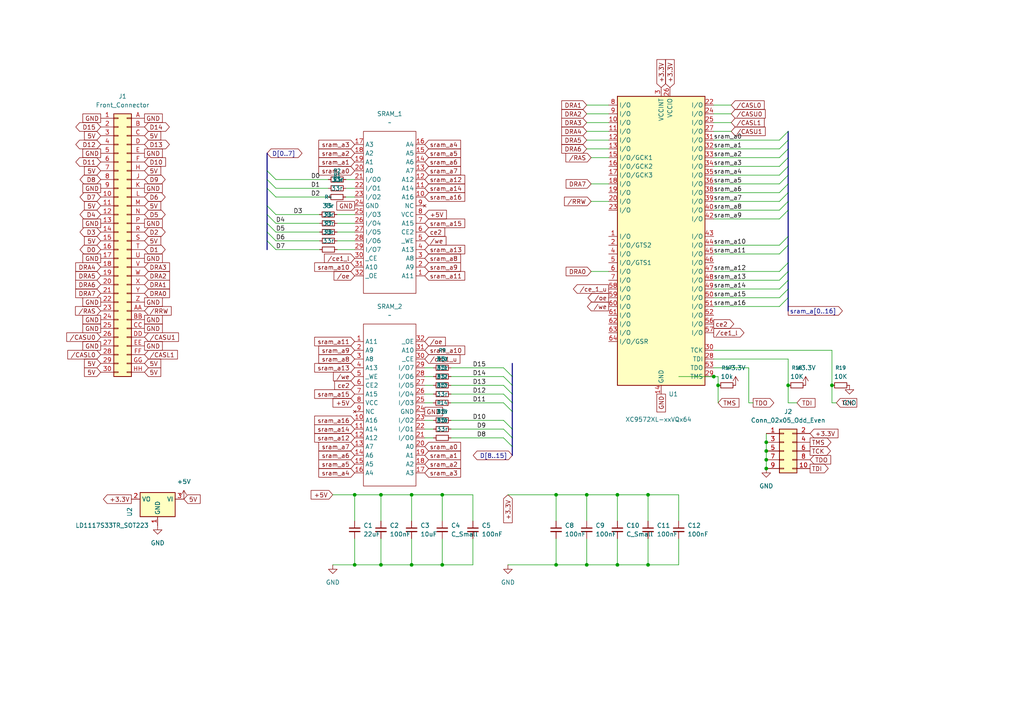
<source format=kicad_sch>
(kicad_sch (version 20250114) (generator "eeschema") (generator_version "9.0")
  (paper "A4")
  (junction (at 228.6 111.76))
  (junction (at 161.29 143.51))
  (junction (at 119.38 143.51))
  (junction (at 128.27 163.83))
  (junction (at 222.25 135.89))
  (junction (at 179.07 143.51))
  (junction (at 170.18 143.51))
  (junction (at 187.96 143.51))
  (junction (at 102.87 163.83))
  (junction (at 222.25 133.35))
  (junction (at 110.49 143.51))
  (junction (at 102.87 143.51))
  (junction (at 241.3 111.76))
  (junction (at 207.01 109.22))
  (junction (at 187.96 163.83))
  (junction (at 110.49 163.83))
  (junction (at 170.18 163.83))
  (junction (at 208.28 111.76))
  (junction (at 119.38 163.83))
  (junction (at 222.25 130.81))
  (junction (at 179.07 163.83))
  (junction (at 161.29 163.83))
  (junction (at 128.27 143.51))
  (junction (at 222.25 128.27))
  (bus_entry (at 228.6 86.36) (size -2.54 2.54))
  (bus_entry (at 228.6 76.2) (size -2.54 2.54))
  (bus_entry (at 77.47 49.53) (size 2.54 2.54))
  (bus_entry (at 228.6 48.26) (size -2.54 2.54))
  (bus_entry (at 148.59 109.22) (size -2.54 -2.54))
  (bus_entry (at 228.6 81.28) (size -2.54 2.54))
  (bus_entry (at 228.6 78.74) (size -2.54 2.54))
  (bus_entry (at 228.6 58.42) (size -2.54 2.54))
  (bus_entry (at 228.6 53.34) (size -2.54 2.54))
  (bus_entry (at 77.47 69.85) (size 2.54 2.54))
  (bus_entry (at 77.47 59.69) (size 2.54 2.54))
  (bus_entry (at 228.6 55.88) (size -2.54 2.54))
  (bus_entry (at 77.47 64.77) (size 2.54 2.54))
  (bus_entry (at 228.6 40.64) (size -2.54 2.54))
  (bus_entry (at 228.6 60.96) (size -2.54 2.54))
  (bus_entry (at 148.59 124.46) (size -2.54 -2.54))
  (bus_entry (at 228.6 71.12) (size -2.54 2.54))
  (bus_entry (at 228.6 68.58) (size -2.54 2.54))
  (bus_entry (at 77.47 62.23) (size 2.54 2.54))
  (bus_entry (at 148.59 116.84) (size -2.54 -2.54))
  (bus_entry (at 148.59 129.54) (size -2.54 -2.54))
  (bus_entry (at 228.6 83.82) (size -2.54 2.54))
  (bus_entry (at 148.59 114.3) (size -2.54 -2.54))
  (bus_entry (at 77.47 67.31) (size 2.54 2.54))
  (bus_entry (at 228.6 38.1) (size -2.54 2.54))
  (bus_entry (at 148.59 111.76) (size -2.54 -2.54))
  (bus_entry (at 148.59 127) (size -2.54 -2.54))
  (bus_entry (at 77.47 54.61) (size 2.54 2.54))
  (bus_entry (at 228.6 43.18) (size -2.54 2.54))
  (bus_entry (at 148.59 119.38) (size -2.54 -2.54))
  (bus_entry (at 228.6 45.72) (size -2.54 2.54))
  (bus_entry (at 228.6 50.8) (size -2.54 2.54))
  (bus_entry (at 77.47 52.07) (size 2.54 2.54))
  (wire (pts (xy 161.29 156.21) (xy 161.29 163.83)))
  (wire (pts (xy 80.01 62.23) (xy 92.6569 62.23)))
  (wire (pts (xy 170.18 143.51) (xy 170.18 151.13)))
  (bus (pts (xy 228.6 43.18) (xy 228.6 45.72)))
  (wire (pts (xy 97.79 64.77) (xy 102.87 64.77)))
  (wire (pts (xy 171.45 58.42) (xy 176.53 58.42)))
  (bus (pts (xy 228.6 58.42) (xy 228.6 60.96)))
  (wire (pts (xy 179.07 143.51) (xy 187.96 143.51)))
  (wire (pts (xy 128.27 143.51) (xy 137.16 143.51)))
  (wire (pts (xy 228.6 104.14) (xy 207.01 104.14)))
  (wire (pts (xy 179.07 163.83) (xy 187.96 163.83)))
  (wire (pts (xy 196.85 109.22) (xy 207.01 109.22)))
  (wire (pts (xy 207.01 83.82) (xy 226.06 83.82)))
  (wire (pts (xy 207.01 86.36) (xy 226.06 86.36)))
  (wire (pts (xy 80.01 72.39) (xy 92.71 72.39)))
  (wire (pts (xy 97.79 72.39) (xy 102.87 72.39)))
  (wire (pts (xy 179.07 156.21) (xy 179.07 163.83)))
  (wire (pts (xy 97.79 69.85) (xy 102.87 69.85)))
  (wire (pts (xy 241.3 101.6) (xy 207.01 101.6)))
  (wire (pts (xy 207.01 33.02) (xy 212.09 33.02)))
  (wire (pts (xy 161.29 163.83) (xy 170.18 163.83)))
  (wire (pts (xy 170.18 38.1) (xy 176.53 38.1)))
  (bus (pts (xy 228.6 86.36) (xy 228.6 90.17)))
  (wire (pts (xy 207.01 50.8) (xy 226.06 50.8)))
  (wire (pts (xy 161.29 143.51) (xy 161.29 151.13)))
  (wire (pts (xy 102.87 156.21) (xy 102.87 163.83)))
  (bus (pts (xy 77.47 62.23) (xy 77.47 64.77)))
  (wire (pts (xy 80.01 52.07) (xy 95.25 52.07)))
  (wire (pts (xy 119.38 163.83) (xy 128.27 163.83)))
  (bus (pts (xy 148.59 111.76) (xy 148.59 109.22)))
  (wire (pts (xy 130.81 106.68) (xy 146.05 106.68)))
  (wire (pts (xy 119.38 143.51) (xy 119.38 151.13)))
  (wire (pts (xy 207.01 40.64) (xy 226.06 40.64)))
  (wire (pts (xy 207.01 38.1) (xy 212.09 38.1)))
  (bus (pts (xy 228.6 50.8) (xy 228.6 53.34)))
  (wire (pts (xy 222.25 133.35) (xy 222.25 135.89)))
  (wire (pts (xy 80.01 67.31) (xy 92.71 67.31)))
  (wire (pts (xy 226.06 71.12) (xy 207.01 71.12)))
  (bus (pts (xy 228.6 83.82) (xy 228.6 86.36)))
  (bus (pts (xy 148.59 124.46) (xy 148.59 119.38)))
  (bus (pts (xy 77.47 69.85) (xy 77.47 72.39)))
  (bus (pts (xy 148.59 109.22) (xy 148.59 105.41)))
  (wire (pts (xy 161.29 143.51) (xy 170.18 143.51)))
  (wire (pts (xy 207.01 55.88) (xy 226.06 55.88)))
  (wire (pts (xy 130.7826 111.76) (xy 146.05 111.76)))
  (bus (pts (xy 228.6 45.72) (xy 228.6 48.26)))
  (wire (pts (xy 207.01 58.42) (xy 226.06 58.42)))
  (wire (pts (xy 171.45 78.74) (xy 176.53 78.74)))
  (wire (pts (xy 207.01 78.74) (xy 226.06 78.74)))
  (wire (pts (xy 207.01 88.9) (xy 226.06 88.9)))
  (wire (pts (xy 171.45 45.72) (xy 176.53 45.72)))
  (bus (pts (xy 148.59 119.38) (xy 148.59 116.84)))
  (wire (pts (xy 171.45 53.34) (xy 176.53 53.34)))
  (wire (pts (xy 217.17 106.68) (xy 207.01 106.68)))
  (wire (pts (xy 147.32 143.51) (xy 161.29 143.51)))
  (bus (pts (xy 228.6 68.58) (xy 228.6 71.12)))
  (bus (pts (xy 77.47 54.61) (xy 77.47 59.69)))
  (wire (pts (xy 207.01 53.34) (xy 226.06 53.34)))
  (wire (pts (xy 170.18 163.83) (xy 179.07 163.83)))
  (wire (pts (xy 100.33 52.07) (xy 102.87 52.07)))
  (wire (pts (xy 102.87 163.83) (xy 110.49 163.83)))
  (wire (pts (xy 207.01 35.56) (xy 212.09 35.56)))
  (wire (pts (xy 110.49 143.51) (xy 110.49 151.13)))
  (wire (pts (xy 208.28 116.84) (xy 208.28 111.76)))
  (wire (pts (xy 123.19 114.3) (xy 125.73 114.3)))
  (wire (pts (xy 207.01 48.26) (xy 226.06 48.26)))
  (wire (pts (xy 196.85 156.21) (xy 196.85 163.83)))
  (wire (pts (xy 207.01 60.96) (xy 226.06 60.96)))
  (bus (pts (xy 228.6 48.26) (xy 228.6 50.8)))
  (wire (pts (xy 170.18 40.64) (xy 176.53 40.64)))
  (wire (pts (xy 96.52 143.51) (xy 102.87 143.51)))
  (wire (pts (xy 170.18 143.51) (xy 179.07 143.51)))
  (wire (pts (xy 110.49 143.51) (xy 119.38 143.51)))
  (wire (pts (xy 123.19 121.92) (xy 125.73 121.92)))
  (wire (pts (xy 130.81 109.22) (xy 146.05 109.22)))
  (wire (pts (xy 207.01 73.66) (xy 226.06 73.66)))
  (bus (pts (xy 228.6 40.64) (xy 228.6 43.18)))
  (wire (pts (xy 217.17 116.84) (xy 217.17 106.68)))
  (wire (pts (xy 110.49 156.21) (xy 110.49 163.83)))
  (wire (pts (xy 96.52 163.83) (xy 102.87 163.83)))
  (wire (pts (xy 123.19 124.46) (xy 125.73 124.46)))
  (wire (pts (xy 207.01 63.5) (xy 226.06 63.5)))
  (wire (pts (xy 123.19 116.84) (xy 125.6509 116.84)))
  (bus (pts (xy 77.47 64.77) (xy 77.47 67.31)))
  (wire (pts (xy 102.87 143.51) (xy 102.87 151.13)))
  (bus (pts (xy 77.47 49.53) (xy 77.47 52.07)))
  (bus (pts (xy 148.59 127) (xy 148.59 124.46)))
  (bus (pts (xy 228.6 60.96) (xy 228.6 68.58)))
  (wire (pts (xy 100.2769 57.15) (xy 102.87 57.15)))
  (wire (pts (xy 170.18 35.56) (xy 176.53 35.56)))
  (bus (pts (xy 77.47 44.45) (xy 77.47 49.53)))
  (wire (pts (xy 123.19 106.68) (xy 125.73 106.68)))
  (wire (pts (xy 80.01 54.61) (xy 95.25 54.61)))
  (wire (pts (xy 242.57 116.84) (xy 241.3 116.84)))
  (wire (pts (xy 128.27 143.51) (xy 128.27 151.13)))
  (wire (pts (xy 130.81 124.46) (xy 146.05 124.46)))
  (wire (pts (xy 100.33 54.61) (xy 102.87 54.61)))
  (wire (pts (xy 170.18 43.18) (xy 176.53 43.18)))
  (wire (pts (xy 130.81 121.92) (xy 146.05 121.92)))
  (wire (pts (xy 241.3 116.84) (xy 241.3 111.76)))
  (wire (pts (xy 231.14 116.84) (xy 228.6 116.84)))
  (wire (pts (xy 196.85 143.51) (xy 196.85 151.13)))
  (wire (pts (xy 207.01 45.72) (xy 226.06 45.72)))
  (bus (pts (xy 228.6 78.74) (xy 228.6 81.28)))
  (wire (pts (xy 207.01 30.48) (xy 212.09 30.48)))
  (wire (pts (xy 170.18 30.48) (xy 176.53 30.48)))
  (bus (pts (xy 148.59 132.08) (xy 148.59 129.54)))
  (wire (pts (xy 187.96 143.51) (xy 187.96 151.13)))
  (bus (pts (xy 228.6 38.1) (xy 228.6 40.64)))
  (bus (pts (xy 228.6 55.88) (xy 228.6 58.42)))
  (wire (pts (xy 222.25 130.81) (xy 222.25 133.35)))
  (wire (pts (xy 102.87 143.51) (xy 110.49 143.51)))
  (wire (pts (xy 80.01 57.15) (xy 95.1969 57.15)))
  (wire (pts (xy 222.25 125.73) (xy 222.25 128.27)))
  (wire (pts (xy 207.01 81.28) (xy 226.06 81.28)))
  (wire (pts (xy 128.27 163.83) (xy 137.16 163.83)))
  (wire (pts (xy 128.27 156.21) (xy 128.27 163.83)))
  (bus (pts (xy 77.47 59.69) (xy 77.47 62.23)))
  (wire (pts (xy 218.44 116.84) (xy 217.17 116.84)))
  (wire (pts (xy 137.16 156.21) (xy 137.16 163.83)))
  (wire (pts (xy 130.81 114.3) (xy 146.05 114.3)))
  (wire (pts (xy 208.28 111.76) (xy 208.28 109.22)))
  (wire (pts (xy 147.32 163.83) (xy 161.29 163.83)))
  (wire (pts (xy 123.19 127) (xy 125.73 127)))
  (wire (pts (xy 130.7309 116.84) (xy 146.05 116.84)))
  (bus (pts (xy 228.6 81.28) (xy 228.6 83.82)))
  (wire (pts (xy 80.01 64.77) (xy 92.71 64.77)))
  (wire (pts (xy 119.38 156.21) (xy 119.38 163.83)))
  (wire (pts (xy 170.18 33.02) (xy 176.53 33.02)))
  (bus (pts (xy 228.6 53.34) (xy 228.6 55.88)))
  (wire (pts (xy 130.81 127) (xy 146.05 127)))
  (wire (pts (xy 80.01 69.85) (xy 92.71 69.85)))
  (wire (pts (xy 137.16 143.51) (xy 137.16 151.13)))
  (wire (pts (xy 97.7369 62.23) (xy 102.87 62.23)))
  (wire (pts (xy 228.6 111.76) (xy 228.6 104.14)))
  (wire (pts (xy 187.96 143.51) (xy 196.85 143.51)))
  (wire (pts (xy 187.96 163.83) (xy 196.85 163.83)))
  (wire (pts (xy 119.38 143.51) (xy 128.27 143.51)))
  (wire (pts (xy 187.96 156.21) (xy 187.96 163.83)))
  (wire (pts (xy 179.07 143.51) (xy 179.07 151.13)))
  (bus (pts (xy 77.47 67.31) (xy 77.47 69.85)))
  (wire (pts (xy 170.18 156.21) (xy 170.18 163.83)))
  (bus (pts (xy 148.59 129.54) (xy 148.59 127)))
  (wire (pts (xy 241.3 111.76) (xy 241.3 101.6)))
  (wire (pts (xy 207.01 43.18) (xy 226.06 43.18)))
  (bus (pts (xy 148.59 116.84) (xy 148.59 114.3)))
  (wire (pts (xy 228.6 116.84) (xy 228.6 111.76)))
  (bus (pts (xy 77.47 52.07) (xy 77.47 54.61)))
  (wire (pts (xy 123.19 109.22) (xy 125.73 109.22)))
  (wire (pts (xy 123.19 111.76) (xy 125.7026 111.76)))
  (wire (pts (xy 110.49 163.83) (xy 119.38 163.83)))
  (wire (pts (xy 222.25 128.27) (xy 222.25 130.81)))
  (wire (pts (xy 207.01 109.22) (xy 208.28 109.22)))
  (bus (pts (xy 228.6 76.2) (xy 228.6 78.74)))
  (wire (pts (xy 97.79 67.31) (xy 102.87 67.31)))
  (bus (pts (xy 228.6 71.12) (xy 228.6 76.2)))
  (bus (pts (xy 148.59 114.3) (xy 148.59 111.76)))
  (label "sram_a2" (at 207.01 45.72 0))
  (label "D15" (at 140.97 106.68 180))
  (label "sram_a9" (at 207.01 63.5 0))
  (label "D1" (at 90.17 54.61 0))
  (label "sram_a14" (at 207.01 83.82 0))
  (label "D4" (at 80.01 64.77 0))
  (label "sram_a5" (at 207.01 53.34 0))
  (label "D10" (at 140.97 121.92 180))
  (label "D5" (at 80.01 67.31 0))
  (label "sram_a1" (at 207.01 43.18 0))
  (label "D2" (at 90.17 57.15 0))
  (label "sram_a10" (at 207.01 71.12 0))
  (label "sram_a11" (at 207.01 73.66 0))
  (label "D7" (at 80.01 72.39 0))
  (label "sram_a12" (at 207.01 78.74 0))
  (label "sram_a15" (at 207.01 86.36 0))
  (label "D9" (at 140.97 124.46 180))
  (label "D11" (at 140.97 116.84 180))
  (label "sram_a8" (at 207.01 60.96 0))
  (label "D8" (at 140.97 127 180))
  (label "D12" (at 140.97 114.3 180))
  (label "D6" (at 80.01 69.85 0))
  (label "sram_a13" (at 207.01 81.28 0))
  (label "sram_a6" (at 207.01 55.88 0))
  (label "sram_a4" (at 207.01 50.8 0))
  (label "sram_a0" (at 207.01 40.64 0))
  (label "sram_a7" (at 207.01 58.42 0))
  (label "D3" (at 85.09 62.23 0))
  (label "D14" (at 140.97 109.22 180))
  (label "D13" (at 140.97 111.76 180))
  (label "sram_a16" (at 207.01 88.9 0))
  (label "D0" (at 90.17 52.07 0))
  (label "sram_a3" (at 207.01 48.26 0))
  (global_label "GND" (shape passive) (at 41.91 54.61 0) (property "Intersheetrefs" "${INTERSHEET_REFS}" (effects (hide yes))))
  (global_label "GND" (shape passive) (at 29.21 87.63 180) (property "Intersheetrefs" "${INTERSHEET_REFS}" (effects (hide yes))))
  (global_label "{slash}oe" (shape input) (at 102.87 80.01 180) (property "Intersheetrefs" "${INTERSHEET_REFS}" (effects (hide yes))))
  (global_label "DRA0" (shape input) (at 41.91 85.09 0) (property "Intersheetrefs" "${INTERSHEET_REFS}" (effects (hide yes))))
  (global_label "D8" (shape bidirectional) (at 29.21 52.07 180) (property "Intersheetrefs" "${INTERSHEET_REFS}" (effects (hide yes))))
  (global_label "{slash}CASL0" (shape input) (at 212.09 30.48 0) (property "Intersheetrefs" "${INTERSHEET_REFS}" (effects (hide yes))))
  (global_label "sram_a6" (shape input) (at 123.19 46.99 0) (property "Intersheetrefs" "${INTERSHEET_REFS}" (effects (hide yes))))
  (global_label "sram_a10" (shape input) (at 123.19 101.6 0) (property "Intersheetrefs" "${INTERSHEET_REFS}" (effects (hide yes))))
  (global_label "5V" (shape input) (at 29.21 69.85 180) (property "Intersheetrefs" "${INTERSHEET_REFS}" (effects (hide yes))))
  (global_label "sram_a10" (shape input) (at 102.87 77.47 180) (property "Intersheetrefs" "${INTERSHEET_REFS}" (effects (hide yes))))
  (global_label "{slash}ce1_l" (shape input) (at 102.87 74.93 180) (property "Intersheetrefs" "${INTERSHEET_REFS}" (effects (hide yes))))
  (global_label "sram_a8" (shape input) (at 102.87 104.14 180) (property "Intersheetrefs" "${INTERSHEET_REFS}" (effects (hide yes))))
  (global_label "TDO" (shape output) (at 218.44 116.84 0) (property "Intersheetrefs" "${INTERSHEET_REFS}" (effects (hide yes))))
  (global_label "sram_a13" (shape input) (at 102.87 106.68 180) (property "Intersheetrefs" "${INTERSHEET_REFS}" (effects (hide yes))))
  (global_label "+5V" (shape input) (at 123.19 62.23 0) (property "Intersheetrefs" "${INTERSHEET_REFS}" (effects (hide yes))))
  (global_label "TCK" (shape output) (at 234.95 130.81 0) (property "Intersheetrefs" "${INTERSHEET_REFS}" (effects (hide yes))))
  (global_label "D5" (shape bidirectional) (at 41.91 62.23 0) (property "Intersheetrefs" "${INTERSHEET_REFS}" (effects (hide yes))))
  (global_label "sram_a2" (shape input) (at 123.19 134.62 0) (property "Intersheetrefs" "${INTERSHEET_REFS}" (effects (hide yes))))
  (global_label "{slash}CASU1" (shape input) (at 41.91 97.79 0) (property "Intersheetrefs" "${INTERSHEET_REFS}" (effects (hide yes))))
  (global_label "{slash}oe" (shape output) (at 176.53 86.36 180) (property "Intersheetrefs" "${INTERSHEET_REFS}" (effects (hide yes))))
  (global_label "{slash}CASU0" (shape input) (at 29.21 97.79 180) (property "Intersheetrefs" "${INTERSHEET_REFS}" (effects (hide yes))))
  (global_label "GND" (shape passive) (at 29.21 54.61 180) (property "Intersheetrefs" "${INTERSHEET_REFS}" (effects (hide yes))))
  (global_label "{slash}oe" (shape input) (at 123.19 99.06 0) (property "Intersheetrefs" "${INTERSHEET_REFS}" (effects (hide yes))))
  (global_label "D12" (shape bidirectional) (at 29.21 41.91 180) (property "Intersheetrefs" "${INTERSHEET_REFS}" (effects (hide yes))))
  (global_label "5V" (shape input) (at 29.21 105.41 180) (property "Intersheetrefs" "${INTERSHEET_REFS}" (effects (hide yes))))
  (global_label "DRA1" (shape input) (at 41.91 82.55 0) (property "Intersheetrefs" "${INTERSHEET_REFS}" (effects (hide yes))))
  (global_label "{slash}RRW" (shape input) (at 171.45 58.42 180) (property "Intersheetrefs" "${INTERSHEET_REFS}" (effects (hide yes))))
  (global_label "sram_a3" (shape input) (at 102.87 41.91 180) (property "Intersheetrefs" "${INTERSHEET_REFS}" (effects (hide yes))))
  (global_label "{slash}we" (shape output) (at 176.53 88.9 180) (property "Intersheetrefs" "${INTERSHEET_REFS}" (effects (hide yes))))
  (global_label "sram_a11" (shape input) (at 123.19 80.01 0) (property "Intersheetrefs" "${INTERSHEET_REFS}" (effects (hide yes))))
  (global_label "D11" (shape bidirectional) (at 29.21 46.99 180) (property "Intersheetrefs" "${INTERSHEET_REFS}" (effects (hide yes))))
  (global_label "D6" (shape bidirectional) (at 41.91 57.15 0) (property "Intersheetrefs" "${INTERSHEET_REFS}" (effects (hide yes))))
  (global_label "5V" (shape input) (at 41.91 39.37 0) (property "Intersheetrefs" "${INTERSHEET_REFS}" (effects (hide yes))))
  (global_label "GND" (shape passive) (at 29.21 44.45 180) (property "Intersheetrefs" "${INTERSHEET_REFS}" (effects (hide yes))))
  (global_label "D2" (shape bidirectional) (at 41.91 67.31 0) (property "Intersheetrefs" "${INTERSHEET_REFS}" (effects (hide yes))))
  (global_label "sram_a15" (shape input) (at 123.19 64.77 0) (property "Intersheetrefs" "${INTERSHEET_REFS}" (effects (hide yes))))
  (global_label "5V" (shape input) (at 29.21 49.53 180) (property "Intersheetrefs" "${INTERSHEET_REFS}" (effects (hide yes))))
  (global_label "DRA3" (shape input) (at 170.18 35.56 180) (property "Intersheetrefs" "${INTERSHEET_REFS}" (effects (hide yes))))
  (global_label "TCK" (shape input) (at 242.57 116.84 0) (property "Intersheetrefs" "${INTERSHEET_REFS}" (effects (hide yes))))
  (global_label "sram_a1" (shape input) (at 102.87 46.99 180) (property "Intersheetrefs" "${INTERSHEET_REFS}" (effects (hide yes))))
  (global_label "sram_a3" (shape input) (at 123.19 137.16 0) (property "Intersheetrefs" "${INTERSHEET_REFS}" (effects (hide yes))))
  (global_label "+3.3V" (shape input) (at 194.31 25.4 90) (property "Intersheetrefs" "${INTERSHEET_REFS}" (effects (hide yes))))
  (global_label "DRA5" (shape input) (at 170.18 40.64 180) (property "Intersheetrefs" "${INTERSHEET_REFS}" (effects (hide yes))))
  (global_label "DRA7" (shape input) (at 29.21 85.09 180) (property "Intersheetrefs" "${INTERSHEET_REFS}" (effects (hide yes))))
  (global_label "DRA0" (shape input) (at 171.45 78.74 180) (property "Intersheetrefs" "${INTERSHEET_REFS}" (effects (hide yes))))
  (global_label "D9" (shape bidirectional) (at 41.91 52.07 0) (property "Intersheetrefs" "${INTERSHEET_REFS}" (effects (hide yes))))
  (global_label "sram_a9" (shape input) (at 102.87 101.6 180) (property "Intersheetrefs" "${INTERSHEET_REFS}" (effects (hide yes))))
  (global_label "{slash}we" (shape input) (at 123.19 69.85 0) (property "Intersheetrefs" "${INTERSHEET_REFS}" (effects (hide yes))))
  (global_label "GND" (shape passive) (at 41.91 100.33 0) (property "Intersheetrefs" "${INTERSHEET_REFS}" (effects (hide yes))))
  (global_label "GND" (shape passive) (at 29.21 100.33 180) (property "Intersheetrefs" "${INTERSHEET_REFS}" (effects (hide yes))))
  (global_label "{slash}RAS" (shape input) (at 29.21 90.17 180) (property "Intersheetrefs" "${INTERSHEET_REFS}" (effects (hide yes))))
  (global_label "sram_a11" (shape input) (at 102.87 99.06 180) (property "Intersheetrefs" "${INTERSHEET_REFS}" (effects (hide yes))))
  (global_label "sram_a13" (shape input) (at 123.19 72.39 0) (property "Intersheetrefs" "${INTERSHEET_REFS}" (effects (hide yes))))
  (global_label "DRA4" (shape input) (at 29.21 77.47 180) (property "Intersheetrefs" "${INTERSHEET_REFS}" (effects (hide yes))))
  (global_label "sram_a8" (shape input) (at 123.19 74.93 0) (property "Intersheetrefs" "${INTERSHEET_REFS}" (effects (hide yes))))
  (global_label "DRA1" (shape input) (at 170.18 30.48 180) (property "Intersheetrefs" "${INTERSHEET_REFS}" (effects (hide yes))))
  (global_label "{slash}CASL1" (shape input) (at 41.91 102.87 0) (property "Intersheetrefs" "${INTERSHEET_REFS}" (effects (hide yes))))
  (global_label "5V" (shape input) (at 53.34 144.78 0) (property "Intersheetrefs" "${INTERSHEET_REFS}" (effects (hide yes))))
  (global_label "GND" (shape passive) (at 41.91 34.29 0) (property "Intersheetrefs" "${INTERSHEET_REFS}" (effects (hide yes))))
  (global_label "TMS" (shape input) (at 208.28 116.84 0) (property "Intersheetrefs" "${INTERSHEET_REFS}" (effects (hide yes))))
  (global_label "ce2" (shape input) (at 102.87 111.76 180) (property "Intersheetrefs" "${INTERSHEET_REFS}" (effects (hide yes))))
  (global_label "sram_a16" (shape input) (at 123.19 57.15 0) (property "Intersheetrefs" "${INTERSHEET_REFS}" (effects (hide yes))))
  (global_label "{slash}CASU1" (shape input) (at 212.09 38.1 0) (property "Intersheetrefs" "${INTERSHEET_REFS}" (effects (hide yes))))
  (global_label "DRA6" (shape input) (at 29.21 82.55 180) (property "Intersheetrefs" "${INTERSHEET_REFS}" (effects (hide yes))))
  (global_label "5V" (shape input) (at 41.91 105.41 0) (property "Intersheetrefs" "${INTERSHEET_REFS}" (effects (hide yes))))
  (global_label "GND" (shape passive) (at 102.87 59.69 180) (property "Intersheetrefs" "${INTERSHEET_REFS}" (effects (hide yes))))
  (global_label "GND" (shape passive) (at 41.91 64.77 0) (property "Intersheetrefs" "${INTERSHEET_REFS}" (effects (hide yes))))
  (global_label "{slash}ce_1_u" (shape input) (at 123.19 104.14 0) (property "Intersheetrefs" "${INTERSHEET_REFS}" (effects (hide yes))))
  (global_label "TDI" (shape input) (at 231.14 116.84 0) (property "Intersheetrefs" "${INTERSHEET_REFS}" (effects (hide yes))))
  (global_label "GND" (shape passive) (at 41.91 92.71 0) (property "Intersheetrefs" "${INTERSHEET_REFS}" (effects (hide yes))))
  (global_label "DRA6" (shape input) (at 170.18 43.18 180) (property "Intersheetrefs" "${INTERSHEET_REFS}" (effects (hide yes))))
  (global_label "GND" (shape passive) (at 29.21 92.71 180) (property "Intersheetrefs" "${INTERSHEET_REFS}" (effects (hide yes))))
  (global_label "sram_a14" (shape input) (at 123.19 54.61 0) (property "Intersheetrefs" "${INTERSHEET_REFS}" (effects (hide yes))))
  (global_label "sram_a4" (shape input) (at 123.19 41.91 0) (property "Intersheetrefs" "${INTERSHEET_REFS}" (effects (hide yes))))
  (global_label "D0" (shape bidirectional) (at 29.21 72.39 180) (property "Intersheetrefs" "${INTERSHEET_REFS}" (effects (hide yes))))
  (global_label "sram_a[0..16]" (shape output) (at 228.6 90.17 0) (property "Intersheetrefs" "${INTERSHEET_REFS}" (effects (hide yes))))
  (global_label "ce2" (shape input) (at 123.19 67.31 0) (property "Intersheetrefs" "${INTERSHEET_REFS}" (effects (hide yes))))
  (global_label "GND" (shape passive) (at 29.21 74.93 180) (property "Intersheetrefs" "${INTERSHEET_REFS}" (effects (hide yes))))
  (global_label "{slash}ce_1_u" (shape output) (at 176.53 83.82 180) (property "Intersheetrefs" "${INTERSHEET_REFS}" (effects (hide yes))))
  (global_label "5V" (shape input) (at 41.91 69.85 0) (property "Intersheetrefs" "${INTERSHEET_REFS}" (effects (hide yes))))
  (global_label "{slash}RAS" (shape input) (at 171.45 45.72 180) (property "Intersheetrefs" "${INTERSHEET_REFS}" (effects (hide yes))))
  (global_label "5V" (shape input) (at 41.91 59.69 0) (property "Intersheetrefs" "${INTERSHEET_REFS}" (effects (hide yes))))
  (global_label "5V" (shape input) (at 41.91 49.53 0) (property "Intersheetrefs" "${INTERSHEET_REFS}" (effects (hide yes))))
  (global_label "sram_a1" (shape input) (at 123.19 132.08 0) (property "Intersheetrefs" "${INTERSHEET_REFS}" (effects (hide yes))))
  (global_label "5V" (shape input) (at 29.21 59.69 180) (property "Intersheetrefs" "${INTERSHEET_REFS}" (effects (hide yes))))
  (global_label "sram_a12" (shape input) (at 102.87 127 180) (property "Intersheetrefs" "${INTERSHEET_REFS}" (effects (hide yes))))
  (global_label "DRA5" (shape input) (at 29.21 80.01 180) (property "Intersheetrefs" "${INTERSHEET_REFS}" (effects (hide yes))))
  (global_label "+3.3V" (shape input) (at 147.32 143.51 270) (property "Intersheetrefs" "${INTERSHEET_REFS}" (effects (hide yes))))
  (global_label "5V" (shape input) (at 41.91 107.95 0) (property "Intersheetrefs" "${INTERSHEET_REFS}" (effects (hide yes))))
  (global_label "DRA4" (shape input) (at 170.18 38.1 180) (property "Intersheetrefs" "${INTERSHEET_REFS}" (effects (hide yes))))
  (global_label "DRA3" (shape input) (at 41.91 77.47 0) (property "Intersheetrefs" "${INTERSHEET_REFS}" (effects (hide yes))))
  (global_label "GND" (shape passive) (at 123.19 119.38 0) (property "Intersheetrefs" "${INTERSHEET_REFS}" (effects (hide yes))))
  (global_label "GND" (shape passive) (at 191.77 114.3 270) (property "Intersheetrefs" "${INTERSHEET_REFS}" (effects (hide yes))))
  (global_label "+5V" (shape input) (at 96.52 143.51 180) (property "Intersheetrefs" "${INTERSHEET_REFS}" (effects (hide yes))))
  (global_label "{slash}CASL1" (shape input) (at 212.09 35.56 0) (property "Intersheetrefs" "${INTERSHEET_REFS}" (effects (hide yes))))
  (global_label "+3.3V" (shape output) (at 38.1 144.78 180) (property "Intersheetrefs" "${INTERSHEET_REFS}" (effects (hide yes))))
  (global_label "GND" (shape passive) (at 41.91 95.25 0) (property "Intersheetrefs" "${INTERSHEET_REFS}" (effects (hide yes))))
  (global_label "D14" (shape bidirectional) (at 41.91 36.83 0) (property "Intersheetrefs" "${INTERSHEET_REFS}" (effects (hide yes))))
  (global_label "GND" (shape passive) (at 29.21 95.25 180) (property "Intersheetrefs" "${INTERSHEET_REFS}" (effects (hide yes))))
  (global_label "D1" (shape bidirectional) (at 41.91 72.39 0) (property "Intersheetrefs" "${INTERSHEET_REFS}" (effects (hide yes))))
  (global_label "sram_a4" (shape input) (at 102.87 137.16 180) (property "Intersheetrefs" "${INTERSHEET_REFS}" (effects (hide yes))))
  (global_label "D[8..15]" (shape bidirectional) (at 148.59 132.08 180) (property "Intersheetrefs" "${INTERSHEET_REFS}" (effects (hide yes))))
  (global_label "+3.3V" (shape input) (at 234.95 125.73 0) (property "Intersheetrefs" "${INTERSHEET_REFS}" (effects (hide yes))))
  (global_label "sram_a2" (shape input) (at 102.87 44.45 180) (property "Intersheetrefs" "${INTERSHEET_REFS}" (effects (hide yes))))
  (global_label "D4" (shape bidirectional) (at 29.21 62.23 180) (property "Intersheetrefs" "${INTERSHEET_REFS}" (effects (hide yes))))
  (global_label "DRA2" (shape input) (at 41.91 80.01 0) (property "Intersheetrefs" "${INTERSHEET_REFS}" (effects (hide yes))))
  (global_label "sram_a15" (shape input) (at 102.87 114.3 180) (property "Intersheetrefs" "${INTERSHEET_REFS}" (effects (hide yes))))
  (global_label "sram_a16" (shape input) (at 102.87 121.92 180) (property "Intersheetrefs" "${INTERSHEET_REFS}" (effects (hide yes))))
  (global_label "sram_a7" (shape input) (at 123.19 49.53 0) (property "Intersheetrefs" "${INTERSHEET_REFS}" (effects (hide yes))))
  (global_label "{slash}CASU0" (shape input) (at 212.09 33.02 0) (property "Intersheetrefs" "${INTERSHEET_REFS}" (effects (hide yes))))
  (global_label "GND" (shape passive) (at 29.21 64.77 180) (property "Intersheetrefs" "${INTERSHEET_REFS}" (effects (hide yes))))
  (global_label "D7" (shape bidirectional) (at 29.21 57.15 180) (property "Intersheetrefs" "${INTERSHEET_REFS}" (effects (hide yes))))
  (global_label "TDO" (shape input) (at 234.95 133.35 0) (property "Intersheetrefs" "${INTERSHEET_REFS}" (effects (hide yes))))
  (global_label "DRA7" (shape input) (at 171.45 53.34 180) (property "Intersheetrefs" "${INTERSHEET_REFS}" (effects (hide yes))))
  (global_label "sram_a14" (shape input) (at 102.87 124.46 180) (property "Intersheetrefs" "${INTERSHEET_REFS}" (effects (hide yes))))
  (global_label "D10" (shape input) (at 41.91 46.99 0) (property "Intersheetrefs" "${INTERSHEET_REFS}" (effects (hide yes))))
  (global_label "DRA2" (shape input) (at 170.18 33.02 180) (property "Intersheetrefs" "${INTERSHEET_REFS}" (effects (hide yes))))
  (global_label "ce2" (shape output) (at 207.01 93.98 0) (property "Intersheetrefs" "${INTERSHEET_REFS}" (effects (hide yes))))
  (global_label "{slash}CASL0" (shape input) (at 29.21 102.87 180) (property "Intersheetrefs" "${INTERSHEET_REFS}" (effects (hide yes))))
  (global_label "sram_a12" (shape input) (at 123.19 52.07 0) (property "Intersheetrefs" "${INTERSHEET_REFS}" (effects (hide yes))))
  (global_label "5V" (shape input) (at 29.21 107.95 180) (property "Intersheetrefs" "${INTERSHEET_REFS}" (effects (hide yes))))
  (global_label "TDI" (shape output) (at 234.95 135.89 0) (property "Intersheetrefs" "${INTERSHEET_REFS}" (effects (hide yes))))
  (global_label "sram_a9" (shape input) (at 123.19 77.47 0) (property "Intersheetrefs" "${INTERSHEET_REFS}" (effects (hide yes))))
  (global_label "sram_a7" (shape input) (at 102.87 129.54 180) (property "Intersheetrefs" "${INTERSHEET_REFS}" (effects (hide yes))))
  (global_label "{slash}RRW" (shape input) (at 41.91 90.17 0) (property "Intersheetrefs" "${INTERSHEET_REFS}" (effects (hide yes))))
  (global_label "sram_a5" (shape input) (at 123.19 44.45 0) (property "Intersheetrefs" "${INTERSHEET_REFS}" (effects (hide yes))))
  (global_label "+5V" (shape input) (at 102.87 116.84 180) (property "Intersheetrefs" "${INTERSHEET_REFS}" (effects (hide yes))))
  (global_label "+3.3V" (shape input) (at 191.77 25.4 90) (property "Intersheetrefs" "${INTERSHEET_REFS}" (effects (hide yes))))
  (global_label "sram_a0" (shape input) (at 123.19 129.54 0) (property "Intersheetrefs" "${INTERSHEET_REFS}" (effects (hide yes))))
  (global_label "5V" (shape input) (at 29.21 39.37 180) (property "Intersheetrefs" "${INTERSHEET_REFS}" (effects (hide yes))))
  (global_label "GND" (shape passive) (at 29.21 34.29 180) (property "Intersheetrefs" "${INTERSHEET_REFS}" (effects (hide yes))))
  (global_label "D3" (shape bidirectional) (at 29.21 67.31 180) (property "Intersheetrefs" "${INTERSHEET_REFS}" (effects (hide yes))))
  (global_label "{slash}ce1_l" (shape output) (at 207.01 96.52 0) (property "Intersheetrefs" "${INTERSHEET_REFS}" (effects (hide yes))))
  (global_label "D[0..7]" (shape bidirectional) (at 77.47 44.45 0) (property "Intersheetrefs" "${INTERSHEET_REFS}" (effects (hide yes))))
  (global_label "TMS" (shape output) (at 234.95 128.27 0) (property "Intersheetrefs" "${INTERSHEET_REFS}" (effects (hide yes))))
  (global_label "sram_a0" (shape input) (at 102.87 49.53 180) (property "Intersheetrefs" "${INTERSHEET_REFS}" (effects (hide yes))))
  (global_label "GND" (shape passive) (at 41.91 74.93 0) (property "Intersheetrefs" "${INTERSHEET_REFS}" (effects (hide yes))))
  (global_label "sram_a6" (shape input) (at 102.87 132.08 180) (property "Intersheetrefs" "${INTERSHEET_REFS}" (effects (hide yes))))
  (global_label "GND" (shape passive) (at 41.91 44.45 0) (property "Intersheetrefs" "${INTERSHEET_REFS}" (effects (hide yes))))
  (global_label "GND" (shape passive) (at 41.91 87.63 0) (property "Intersheetrefs" "${INTERSHEET_REFS}" (effects (hide yes))))
  (global_label "D13" (shape bidirectional) (at 41.91 41.91 0) (property "Intersheetrefs" "${INTERSHEET_REFS}" (effects (hide yes))))
  (global_label "D15" (shape bidirectional) (at 29.21 36.83 180) (property "Intersheetrefs" "${INTERSHEET_REFS}" (effects (hide yes))))
  (global_label "sram_a5" (shape input) (at 102.87 134.62 180) (property "Intersheetrefs" "${INTERSHEET_REFS}" (effects (hide yes))))
  (global_label "{slash}we" (shape input) (at 102.87 109.22 180) (property "Intersheetrefs" "${INTERSHEET_REFS}" (effects (hide yes))))
  (symbol (lib_id "Device:R_Small") (at 97.7369 57.15 90) (unit 1)
    (property "Reference" "R3" (at 97.7369 52.07 90) (effects (font (size 1.016 1.016))))
    (property "Value" "33r" (at 97.7369 54.61 90))
    (property "Footprint" "Resistor_SMD:R_0603_1608Metric_Pad0.98x0.95mm_HandSolder" (effects (hide yes)))
    (property "Description" "Resistor, small symbol" (effects (hide yes)))
  )
  (symbol (lib_id "Device:R_Small") (at 97.79 52.07 90) (unit 1)
    (property "Reference" "R1" (at 97.79 50.8 90) (effects (font (size 1.016 1.016))))
    (property "Value" "33r" (at 98.044 52.07 90))
    (property "Footprint" "Resistor_SMD:R_0603_1608Metric_Pad0.98x0.95mm_HandSolder" (effects (hide yes)))
    (property "Description" "Resistor, small symbol" (effects (hide yes)))
  )
  (symbol (lib_id "Device:R_Small") (at 95.25 69.85 90) (unit 1)
    (property "Reference" "R7" (at 95.25 64.77 90) (effects (font (size 1.016 1.016))))
    (property "Value" "33r" (at 95.25 67.31 90))
    (property "Footprint" "Resistor_SMD:R_0603_1608Metric_Pad0.98x0.95mm_HandSolder" (effects (hide yes)))
    (property "Description" "Resistor, small symbol" (effects (hide yes)))
  )
  (symbol (lib_id "Device:R_Small") (at 243.84 111.76 90) (unit 1)
    (property "Reference" "R19" (at 243.84 106.68 90) (effects (font (size 1.016 1.016))))
    (property "Value" "10K" (at 243.84 109.22 90))
    (property "Footprint" "Resistor_SMD:R_0603_1608Metric_Pad0.98x0.95mm_HandSolder" (effects (hide yes)))
    (property "Description" "Resistor, small symbol" (effects (hide yes)))
  )
  (symbol (lib_id "Connector_Generic:Conn_02x05_Odd_Even") (at 227.33 130.81 0) (unit 1)
    (property "Reference" "J2" (at 228.6 119.38 0))
    (property "Value" "Conn_02x05_Odd_Even" (at 228.6 121.92 0))
    (property "Footprint" "Connector_IDC:IDC-Header_2x05_P2.54mm_Vertical" (effects (hide yes)))
    (property "Description" "Generic connector, double row, 02x05, odd/even pin numbering scheme (row 1 odd numbers, row 2 even numbers), script generated (kicad-library-utils/schlib/autogen/connector/)" (effects (hide yes)))
  )
  (symbol (lib_id "power:GND") (at 147.32 163.83 0) (unit 1)
    (property "Reference" "#PWR0101" (effects (hide yes)))
    (property "Value" "GND" (at 147.32 168.91 0))
    (property "Description" "Power symbol creates a global label with name \"GND\" , ground" (effects (hide yes)))
  )
  (symbol (lib_id "power:GND") (at 45.72 152.4 0) (unit 1)
    (property "Reference" "#PWR03" (effects (hide yes)))
    (property "Value" "GND" (at 45.72 157.48 0))
    (property "Description" "Power symbol creates a global label with name \"GND\" , ground" (effects (hide yes)))
  )
  (symbol (lib_id "power:+3.3V") (at 233.68 111.76 0) (unit 1)
    (property "Reference" "#PWR05" (effects (hide yes)))
    (property "Value" "+3.3V" (at 233.68 106.68 0))
    (property "Description" "Power symbol creates a global label with name \"+3.3V\"" (effects (hide yes)))
  )
  (symbol (lib_id "Device:R_Small") (at 128.27 121.92 90) (unit 1)
    (property "Reference" "R14" (at 128.27 116.84 90) (effects (font (size 1.016 1.016))))
    (property "Value" "33r" (at 128.27 119.38 90))
    (property "Footprint" "Resistor_SMD:R_0603_1608Metric_Pad0.98x0.95mm_HandSolder" (effects (hide yes)))
    (property "Description" "Resistor, small symbol" (effects (hide yes)))
  )
  (symbol (lib_id "Device:C_Small") (at 161.29 153.67 0) (unit 1)
    (property "Reference" "C8" (at 163.83 152.4062 0) (effects (justify left)))
    (property "Value" "100nF" (at 163.83 154.9462 0) (effects (justify left)))
    (property "Footprint" "Capacitor_SMD:C_0805_2012Metric_Pad1.18x1.45mm_HandSolder" (effects (hide yes)))
    (property "Description" "Unpolarized capacitor, small symbol" (effects (hide yes)))
  )
  (symbol (lib_id "Device:R_Small") (at 95.25 67.31 90) (unit 1)
    (property "Reference" "R6" (at 95.25 62.23 90) (effects (font (size 1.016 1.016))))
    (property "Value" "33r" (at 95.25 64.77 90))
    (property "Footprint" "Resistor_SMD:R_0603_1608Metric_Pad0.98x0.95mm_HandSolder" (effects (hide yes)))
    (property "Description" "Resistor, small symbol" (effects (hide yes)))
  )
  (symbol (lib_id "Device:R_Small") (at 210.82 111.76 90) (unit 1)
    (property "Reference" "R17" (at 210.82 106.68 90) (effects (font (size 1.016 1.016))))
    (property "Value" "10k" (at 210.82 109.22 90))
    (property "Footprint" "Resistor_SMD:R_0603_1608Metric_Pad0.98x0.95mm_HandSolder" (effects (hide yes)))
    (property "Description" "Resistor, small symbol" (effects (hide yes)))
  )
  (symbol (lib_id "Device:R_Small") (at 95.25 64.77 90) (unit 1)
    (property "Reference" "R5" (at 95.25 59.69 90) (effects (font (size 1.016 1.016))))
    (property "Value" "33r" (at 95.25 62.23 90))
    (property "Footprint" "Resistor_SMD:R_0603_1608Metric_Pad0.98x0.95mm_HandSolder" (effects (hide yes)))
    (property "Description" "Resistor, small symbol" (effects (hide yes)))
  )
  (symbol (lib_id "Device:C_Small") (at 179.07 153.67 0) (unit 1)
    (property "Reference" "C10" (at 181.61 152.4062 0) (effects (justify left)))
    (property "Value" "C_Small" (at 181.61 154.9462 0) (effects (justify left)))
    (property "Footprint" "Capacitor_SMD:C_0805_2012Metric_Pad1.18x1.45mm_HandSolder" (effects (hide yes)))
    (property "Description" "Unpolarized capacitor, small symbol" (effects (hide yes)))
  )
  (symbol (lib_id "Device:R_Small") (at 128.2426 111.76 90) (unit 1)
    (property "Reference" "R11" (at 128.2426 106.68 90) (effects (font (size 1.016 1.016))))
    (property "Value" "33r" (at 128.2426 109.22 90))
    (property "Footprint" "Resistor_SMD:R_0603_1608Metric_Pad0.98x0.95mm_HandSolder" (effects (hide yes)))
    (property "Description" "Resistor, small symbol" (effects (hide yes)))
  )
  (symbol (lib_id "CPLD_Xilinx:XC9572XL-xxVQx64") (at 191.77 68.58 0) (unit 1)
    (property "Reference" "U1" (at 193.9133 114.3 0) (effects (justify left)))
    (property "Value" "XC9572XL-xxVQx64" (at 181.356 121.666 0) (effects (justify left)))
    (property "Footprint" "Package_QFP:TQFP-64_10x10mm_P0.5mm" (effects (hide yes)))
    (property "Datasheet" "http://www.xilinx.com/support/documentation/data_sheets/ds057.pdf" (effects (hide yes)))
    (property "Description" "CPLD, 72 Macrocells, 1600 Usable Gates, TQFP-64 (Xilinx VQ64)" (effects (hide yes)))
  )
  (symbol (lib_name "CY7C109D_1") (lib_id "Amiga_related:CY7C109D") (at 113.03 82.55 180) (unit 1)
    (property "Reference" "SRAM_1" (at 113.03 33.02 0))
    (property "Value" "~" (at 113.03 35.56 0))
    (property "Footprint" "Package_SO:TSOP-I-32_18.4x8mm_P0.5mm" (effects (hide yes)))
  )
  (symbol (lib_id "Device:R_Small") (at 128.27 127 90) (unit 1)
    (property "Reference" "R16" (at 128.27 121.92 90) (effects (font (size 1.016 1.016))))
    (property "Value" "33r" (at 128.27 124.46 90))
    (property "Footprint" "Resistor_SMD:R_0603_1608Metric_Pad0.98x0.95mm_HandSolder" (effects (hide yes)))
    (property "Description" "Resistor, small symbol" (effects (hide yes)))
  )
  (symbol (lib_id "Device:R_Small") (at 95.25 72.39 90) (unit 1)
    (property "Reference" "R8" (at 95.25 67.31 90) (effects (font (size 1.016 1.016))))
    (property "Value" "33r" (at 95.25 69.85 90))
    (property "Footprint" "Resistor_SMD:R_0603_1608Metric_Pad0.98x0.95mm_HandSolder" (effects (hide yes)))
    (property "Description" "Resistor, small symbol" (effects (hide yes)))
  )
  (symbol (lib_id "Amiga_related:CY7C109D") (at 113.03 96.52 0) (unit 1)
    (property "Reference" "SRAM_2" (at 113.03 88.9 0))
    (property "Value" "~" (at 113.03 91.44 0))
    (property "Footprint" "Package_SO:TSOP-I-32_18.4x8mm_P0.5mm" (effects (hide yes)))
  )
  (symbol (lib_id "Connector_Generic:Conn_02x30_Top_Bottom") (at 34.29 69.85 0) (unit 1)
    (property "Reference" "J1" (at 35.56 27.94 0))
    (property "Value" "Front_Connector" (at 35.56 30.48 0))
    (property "Footprint" "Amiga_diverse_Library:Connector_horizontal_amiga1.04_GREEN" (effects (hide yes)))
    (property "Description" "Generic connector, double row, 02x30, top/bottom pin numbering scheme (row 1: 1...pins_per_row, row2: pins_per_row+1 ... num_pins), script generated (kicad-library-utils/schlib/autogen/connector/)" (effects (hide yes)))
  )
  (symbol (lib_id "Device:C_Small") (at 110.49 153.67 0) (unit 1)
    (property "Reference" "C2" (at 113.03 152.4062 0) (effects (justify left)))
    (property "Value" "100nF" (at 113.03 154.9462 0) (effects (justify left)))
    (property "Footprint" "Capacitor_SMD:C_0805_2012Metric_Pad1.18x1.45mm_HandSolder" (effects (hide yes)))
    (property "Description" "Unpolarized capacitor, small symbol" (effects (hide yes)))
  )
  (symbol (lib_id "power:GND") (at 222.25 135.89 0) (unit 1)
    (property "Reference" "#PWR07" (effects (hide yes)))
    (property "Value" "GND" (at 222.25 140.97 0))
    (property "Description" "Power symbol creates a global label with name \"GND\" , ground" (effects (hide yes)))
  )
  (symbol (lib_id "Device:R_Small") (at 231.14 111.76 90) (unit 1)
    (property "Reference" "R18" (at 231.14 106.68 90) (effects (font (size 1.016 1.016))))
    (property "Value" "10K" (at 231.14 109.22 90))
    (property "Footprint" "Resistor_SMD:R_0603_1608Metric_Pad0.98x0.95mm_HandSolder" (effects (hide yes)))
    (property "Description" "Resistor, small symbol" (effects (hide yes)))
  )
  (symbol (lib_id "Device:R_Small") (at 95.1969 62.23 90) (unit 1)
    (property "Reference" "R4" (at 95.1969 57.15 90) (effects (font (size 1.016 1.016))))
    (property "Value" "33r" (at 95.1969 59.69 90))
    (property "Footprint" "Resistor_SMD:R_0603_1608Metric_Pad0.98x0.95mm_HandSolder" (effects (hide yes)))
    (property "Description" "Resistor, small symbol" (effects (hide yes)))
  )
  (symbol (lib_id "power:+5V") (at 53.34 144.78 0) (unit 1)
    (property "Reference" "#PWR02" (effects (hide yes)))
    (property "Value" "+5V" (at 53.34 139.7 0))
    (property "Description" "Power symbol creates a global label with name \"+5V\"" (effects (hide yes)))
  )
  (symbol (lib_id "Device:R_Small") (at 128.27 124.46 90) (unit 1)
    (property "Reference" "R15" (at 128.27 119.38 90) (effects (font (size 1.016 1.016))))
    (property "Value" "33r" (at 128.27 121.92 90))
    (property "Footprint" "Resistor_SMD:R_0603_1608Metric_Pad0.98x0.95mm_HandSolder" (effects (hide yes)))
    (property "Description" "Resistor, small symbol" (effects (hide yes)))
  )
  (symbol (lib_id "power:GND") (at 96.52 163.83 0) (unit 1)
    (property "Reference" "#PWR01" (effects (hide yes)))
    (property "Value" "GND" (at 96.52 168.91 0))
    (property "Description" "Power symbol creates a global label with name \"GND\" , ground" (effects (hide yes)))
  )
  (symbol (lib_id "Device:R_Small") (at 97.79 54.61 90) (unit 1)
    (property "Reference" "R2" (at 97.79 49.53 90) (effects (font (size 1.016 1.016))))
    (property "Value" "33r" (at 97.79 52.07 90))
    (property "Footprint" "Resistor_SMD:R_0603_1608Metric_Pad0.98x0.95mm_HandSolder" (effects (hide yes)))
    (property "Description" "Resistor, small symbol" (effects (hide yes)))
  )
  (symbol (lib_id "power:+3.3V") (at 213.36 111.76 0) (unit 1)
    (property "Reference" "#PWR04" (effects (hide yes)))
    (property "Value" "+3.3V" (at 213.36 106.68 0))
    (property "Description" "Power symbol creates a global label with name \"+3.3V\"" (effects (hide yes)))
  )
  (symbol (lib_id "power:GND") (at 246.38 111.76 0) (unit 1)
    (property "Reference" "#PWR06" (effects (hide yes)))
    (property "Value" "GND" (at 246.38 116.84 0))
    (property "Description" "Power symbol creates a global label with name \"GND\" , ground" (effects (hide yes)))
  )
  (symbol (lib_id "Device:R_Small") (at 128.27 109.22 90) (unit 1)
    (property "Reference" "R10" (at 128.27 104.14 90) (effects (font (size 1.016 1.016))))
    (property "Value" "33r" (at 128.27 106.68 90))
    (property "Footprint" "Resistor_SMD:R_0603_1608Metric_Pad0.98x0.95mm_HandSolder" (effects (hide yes)))
    (property "Description" "Resistor, small symbol" (effects (hide yes)))
  )
  (symbol (lib_id "Device:R_Small") (at 128.27 114.3 90) (unit 1)
    (property "Reference" "R12" (at 128.27 109.22 90) (effects (font (size 1.016 1.016))))
    (property "Value" "33r" (at 128.27 111.76 90))
    (property "Footprint" "Resistor_SMD:R_0603_1608Metric_Pad0.98x0.95mm_HandSolder" (effects (hide yes)))
    (property "Description" "Resistor, small symbol" (effects (hide yes)))
  )
  (symbol (lib_id "Device:C_Small") (at 170.18 153.67 0) (unit 1)
    (property "Reference" "C9" (at 172.72 152.4062 0) (effects (justify left)))
    (property "Value" "100nF" (at 172.72 154.9462 0) (effects (justify left)))
    (property "Footprint" "Capacitor_SMD:C_0805_2012Metric_Pad1.18x1.45mm_HandSolder" (effects (hide yes)))
    (property "Description" "Unpolarized capacitor, small symbol" (effects (hide yes)))
  )
  (symbol (lib_id "Device:R_Small") (at 128.27 106.68 90) (unit 1)
    (property "Reference" "R9" (at 128.27 101.6 90) (effects (font (size 1.016 1.016))))
    (property "Value" "33r" (at 128.27 104.14 90))
    (property "Footprint" "Resistor_SMD:R_0603_1608Metric_Pad0.98x0.95mm_HandSolder" (effects (hide yes)))
    (property "Description" "Resistor, small symbol" (effects (hide yes)))
  )
  (symbol (lib_id "Device:C_Small") (at 119.38 153.67 0) (unit 1)
    (property "Reference" "C3" (at 121.92 152.4062 0) (effects (justify left)))
    (property "Value" "10uF" (at 121.92 154.9462 0) (effects (justify left)))
    (property "Footprint" "Capacitor_SMD:C_0805_2012Metric_Pad1.18x1.45mm_HandSolder" (effects (hide yes)))
    (property "Description" "Unpolarized capacitor, small symbol" (effects (hide yes)))
  )
  (symbol (lib_id "Device:C_Small") (at 137.16 153.67 0) (unit 1)
    (property "Reference" "C5" (at 139.7 152.4062 0) (effects (justify left)))
    (property "Value" "100nF" (at 139.7 154.9462 0) (effects (justify left)))
    (property "Footprint" "Capacitor_SMD:C_0805_2012Metric_Pad1.18x1.45mm_HandSolder" (effects (hide yes)))
    (property "Description" "Unpolarized capacitor, small symbol" (effects (hide yes)))
  )
  (symbol (lib_id "Regulator_Linear:LD1117S33TR_SOT223") (at 45.72 144.78 0) (mirror y) (unit 1)
    (property "Reference" "U2" (at 37.592 149.86 90) (effects (justify left)))
    (property "Value" "LD1117S33TR_SOT223" (at 43.18 152.4 0) (effects (justify left)))
    (property "Footprint" "Package_TO_SOT_SMD:SOT-223-3_TabPin2" (effects (hide yes)))
    (property "Datasheet" "http://www.st.com/st-web-ui/static/active/en/resource/technical/document/datasheet/CD00000544.pdf" (effects (hide yes)))
    (property "Description" "800mA Fixed Low Drop Positive Voltage Regulator, Fixed Output 3.3V, SOT-223" (effects (hide yes)))
  )
  (symbol (lib_id "Device:R_Small") (at 128.1909 116.84 90) (unit 1)
    (property "Reference" "R13" (at 128.1909 111.76 90) (effects (font (size 1.016 1.016))))
    (property "Value" "33r" (at 128.1909 114.3 90))
    (property "Footprint" "Resistor_SMD:R_0603_1608Metric_Pad0.98x0.95mm_HandSolder" (effects (hide yes)))
    (property "Description" "Resistor, small symbol" (effects (hide yes)))
  )
  (symbol (lib_id "Device:C_Small") (at 128.27 153.67 0) (unit 1)
    (property "Reference" "C4" (at 130.81 152.4062 0) (effects (justify left)))
    (property "Value" "C_Small" (at 130.81 154.9462 0) (effects (justify left)))
    (property "Footprint" "Capacitor_SMD:C_0805_2012Metric_Pad1.18x1.45mm_HandSolder" (effects (hide yes)))
    (property "Description" "Unpolarized capacitor, small symbol" (effects (hide yes)))
  )
  (symbol (lib_id "Device:C_Small") (at 102.87 153.67 0) (unit 1)
    (property "Reference" "C1" (at 105.41 152.4062 0) (effects (justify left)))
    (property "Value" "22uF" (at 105.41 154.9462 0) (effects (justify left)))
    (property "Footprint" "Capacitor_SMD:C_1206_3216Metric_Pad1.33x1.80mm_HandSolder" (effects (hide yes)))
    (property "Description" "Unpolarized capacitor, small symbol" (effects (hide yes)))
  )
  (symbol (lib_id "Device:C_Small") (at 187.96 153.67 0) (unit 1)
    (property "Reference" "C11" (at 190.5 152.4062 0) (effects (justify left)))
    (property "Value" "100nF" (at 190.5 154.9462 0) (effects (justify left)))
    (property "Footprint" "Capacitor_SMD:C_0805_2012Metric_Pad1.18x1.45mm_HandSolder" (effects (hide yes)))
    (property "Description" "Unpolarized capacitor, small symbol" (effects (hide yes)))
  )
  (symbol (lib_id "Device:C_Small") (at 196.85 153.67 0) (unit 1)
    (property "Reference" "C12" (at 199.39 152.4062 0) (effects (justify left)))
    (property "Value" "100nF" (at 199.39 154.9462 0) (effects (justify left)))
    (property "Footprint" "Capacitor_SMD:C_0805_2012Metric_Pad1.18x1.45mm_HandSolder" (effects (hide yes)))
    (property "Description" "Unpolarized capacitor, small symbol" (effects (hide yes)))
  )
)
</source>
